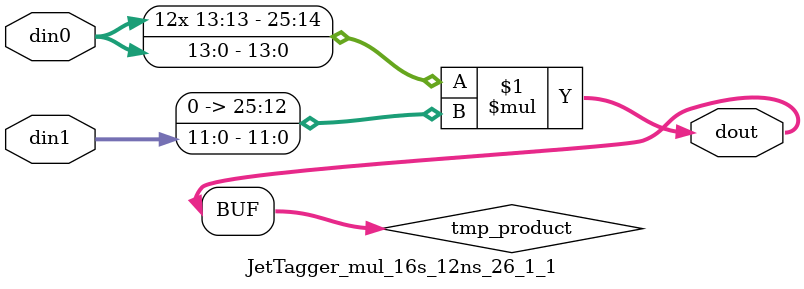
<source format=v>

`timescale 1 ns / 1 ps

  module JetTagger_mul_16s_12ns_26_1_1(din0, din1, dout);
parameter ID = 1;
parameter NUM_STAGE = 0;
parameter din0_WIDTH = 14;
parameter din1_WIDTH = 12;
parameter dout_WIDTH = 26;

input [din0_WIDTH - 1 : 0] din0; 
input [din1_WIDTH - 1 : 0] din1; 
output [dout_WIDTH - 1 : 0] dout;

wire signed [dout_WIDTH - 1 : 0] tmp_product;












assign tmp_product = $signed(din0) * $signed({1'b0, din1});









assign dout = tmp_product;







endmodule

</source>
